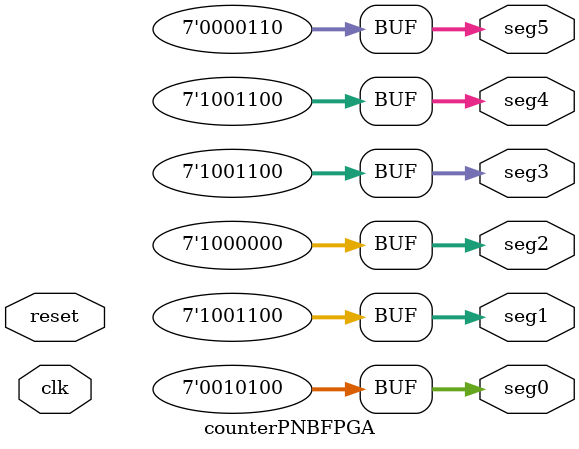
<source format=sv>
module counterPNBFPGA(input logic clk, reset, 
                      //output logic [5:0] q,
                      output logic [6:0] seg0, 
                      output logic [6:0] seg1, 
                      output logic [6:0] seg2, 
                      output logic [6:0] seg3, 
                      output logic [6:0] seg4, 
                      output logic [6:0] seg5);
							 
	assign seg5 = 7'b0000110;
	assign seg4 = 7'b1001100;
	assign seg3 = 7'b1001100;
	assign seg2 = 7'b1000000;
	assign seg1 = 7'b1001100;
	assign seg0 = 7'b0010100;
	

    /**
	 always_ff @( posedge clk, posedge reset )
        if(reset) begin
            q <= 'b000000; 
        end
        else begin
            q <= q + 'b000001;

            if (q[0] === 'b1) begin
                assign seg0 = 7'b100000;
            end
            else begin
                assign seg0 = 7'b000110;
            end
            
            if (q[1] === 'b1) begin
                assign seg1 = 7'b100000;
            end
            else begin
                assign seg1 = 7'b000110;
            end

            if (q[2] === 'b1) begin
                assign seg2 = 7'b100000;
            end
            else begin
                assign seg2 = 7'b000110;
            end

            if (q[3] === 'b1) begin
                assign seg3 = 7'b100000;
            end
            else begin
                assign seg3 = 7'b000110;
            end

            if (q[4] === 'b1) begin
                assign seg4 = 7'b100000;
            end
            else begin
                assign seg4 = 7'b000110;
            end

            if (q[5] === 'b1) begin
                assign seg5 = 7'b100000;
            end
            else begin
                assign seg5 = 7'b000110;
            end
            
    end **/

endmodule 
</source>
